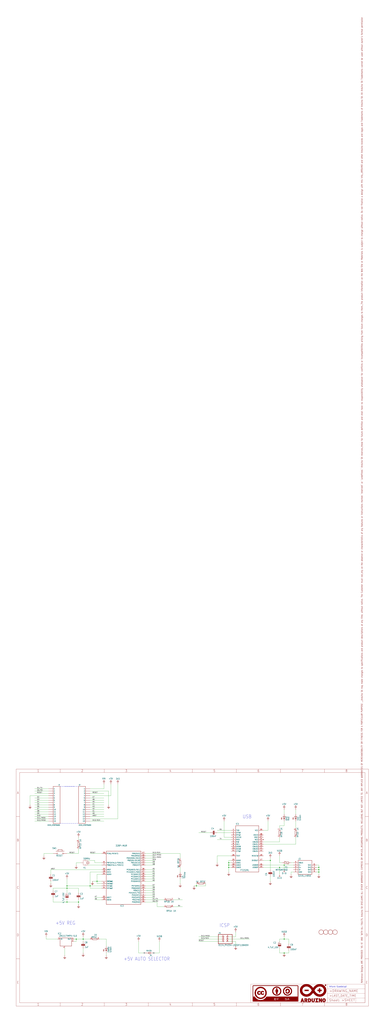
<source format=kicad_sch>
(kicad_sch (version 20211123) (generator eeschema)
  (paper "User" 425.45 1124.51)
  (lib_symbols
    (symbol "schematicEagle-CORRECTED-eagle-import:+5V" (power)
      (property "Value" "+5V" (at -2.54 2.54 0))
      (symbol "+5V_1_0"
        (pin power_in line (at 0 -2.54 90) (length 2.54) (name "+5V") (number "1"))
      )
    )
    (symbol "schematicEagle-CORRECTED-eagle-import:0005_064R_1K_{slash}_CAY16-102J4LF"
      (property "Reference" "R" (at -5.08 -3.048 0))
      (property "Value" "0005_064R_1K_{slash}_CAY16-102J4LF" (at 2.54 -3.048 0))
      (symbol "0005_064R_1K_{slash}_CAY16-102J4LF_1_0"
        (pin passive line (at -5.08 0 0) (length 2.54) (name "1") (number "1"))
        (pin passive line (at 5.08 0 180) (length 2.54) (name "2") (number "8"))
      )
      (symbol "0005_064R_1K_{slash}_CAY16-102J4LF_2_0"
        (pin passive line (at -5.08 0 0) (length 2.54) (name "1") (number "2"))
        (pin passive line (at 5.08 0 180) (length 2.54) (name "2") (number "7"))
      )
      (symbol "0005_064R_1K_{slash}_CAY16-102J4LF_3_0"
        (pin passive line (at -5.08 0 0) (length 2.54) (name "1") (number "3"))
        (pin passive line (at 5.08 0 180) (length 2.54) (name "2") (number "6"))
      )
      (symbol "0005_064R_1K_{slash}_CAY16-102J4LF_4_0"
        (pin passive line (at -5.08 0 0) (length 2.54) (name "1") (number "4"))
        (pin passive line (at 5.08 0 180) (length 2.54) (name "2") (number "5"))
      )
    )
    (symbol "schematicEagle-CORRECTED-eagle-import:0006_1UF_0603{slash}GRM188R61E105KA12D"
      (property "Reference" "C" (at 1.524 0.381 0))
      (property "Value" "0006_1UF_0603{slash}GRM188R61E105KA12D" (at 1.524 -4.699 0))
      (symbol "0006_1UF_0603{slash}GRM188R61E105KA12D_1_0"
        (pin passive line (at 0 2.54 270) (length 2.54) (name "1") (number "1"))
        (pin passive line (at 0 -5.08 90) (length 2.54) (name "2") (number "2"))
      )
    )
    (symbol "schematicEagle-CORRECTED-eagle-import:0011_CSTCE16M0V53-R0"
      (property "Reference" "X" (at -5.08 4.572 0))
      (property "Value" "0011_CSTCE16M0V53-R0" (at -5.08 -5.588 0))
      (symbol "0011_CSTCE16M0V53-R0_1_0"
        (pin passive line (at 0 2.54 180) (length 0) (name "1") (number "1"))
        (pin passive line (at -7.62 0 0) (length 0) (name "2") (number "2"))
        (pin passive line (at 0 -2.54 180) (length 0) (name "3") (number "3"))
      )
    )
    (symbol "schematicEagle-CORRECTED-eagle-import:0015_100NF_0603"
      (property "Reference" "C" (at 1.524 0.381 0))
      (property "Value" "0015_100NF_0603" (at 1.524 -4.699 0))
      (symbol "0015_100NF_0603_1_0"
        (pin passive line (at 0 2.54 270) (length 2.54) (name "1") (number "1"))
        (pin passive line (at 0 -5.08 90) (length 2.54) (name "2") (number "2"))
      )
    )
    (symbol "schematicEagle-CORRECTED-eagle-import:0022_LM1117IMPX-5.0"
      (property "Reference" "IC" (at -5.08 7.62 0))
      (property "Value" "0022_LM1117IMPX-5.0" (at 3.81 -5.08 0))
      (symbol "0022_LM1117IMPX-5.0_1_0"
        (pin input line (at 0 -5.08 90) (length 2.54) (name "GND/ADJ") (number "1"))
        (pin passive line (at 10.16 2.54 180) (length 2.54) (name "OUT@1") (number "2"))
        (pin input line (at -7.62 5.08 0) (length 2.54) (name "IN") (number "3"))
        (pin passive line (at 10.16 5.08 180) (length 2.54) (name "OUT") (number "4"))
      )
    )
    (symbol "schematicEagle-CORRECTED-eagle-import:0025_SS1P3L-M3{slash}84A"
      (property "Reference" "D" (at -1.905 1.905 0))
      (property "Value" "0025_SS1P3L-M3{slash}84A" (at -1.905 -3.175 0))
      (symbol "0025_SS1P3L-M3{slash}84A_1_0"
        (pin bidirectional line (at 7.62 0 180) (length 0) (name "K") (number "P$1"))
        (pin bidirectional line (at -5.08 0 0) (length 0) (name "A") (number "P$2"))
      )
    )
    (symbol "schematicEagle-CORRECTED-eagle-import:0043_KPT-2012SGC"
      (property "Reference" "LED" (at 3.556 -4.572 90))
      (property "Value" "0043_KPT-2012SGC" (at 5.715 -4.572 90))
      (symbol "0043_KPT-2012SGC_1_0"
        (pin passive line (at 0 2.54 270) (length 2.54) (name "A") (number "A"))
        (pin passive line (at 0 -5.08 90) (length 2.54) (name "C") (number "C"))
      )
    )
    (symbol "schematicEagle-CORRECTED-eagle-import:0044_KPT-2012YC"
      (property "Reference" "LED" (at 3.556 -4.572 90))
      (property "Value" "0044_KPT-2012YC" (at 5.715 -4.572 90))
      (symbol "0044_KPT-2012YC_1_0"
        (pin passive line (at 0 2.54 270) (length 2.54) (name "A") (number "A"))
        (pin passive line (at 0 -5.08 90) (length 2.54) (name "C") (number "C"))
      )
    )
    (symbol "schematicEagle-CORRECTED-eagle-import:0114_PH254-203DF118A00V"
      (property "Reference" "JP" (at -6.35 5.715 0))
      (property "Value" "0114_PH254-203DF118A00V" (at -6.35 -7.62 0))
      (symbol "0114_PH254-203DF118A00V_1_0"
        (pin passive inverted (at -2.54 2.54 0) (length 2.54) (name "1") (number "1"))
        (pin passive inverted (at 5.08 2.54 180) (length 2.54) (name "2") (number "2"))
        (pin passive inverted (at -2.54 0 0) (length 2.54) (name "3") (number "3"))
        (pin passive inverted (at 5.08 0 180) (length 2.54) (name "4") (number "4"))
        (pin passive inverted (at -2.54 -2.54 0) (length 2.54) (name "5") (number "5"))
        (pin passive inverted (at 5.08 -2.54 180) (length 2.54) (name "6") (number "6"))
      )
    )
    (symbol "schematicEagle-CORRECTED-eagle-import:0173_IT-1185AP1C-160G-G_T&R"
      (property "Reference" "PB" (at -8.636 4.826 0))
      (property "Value" "0173_IT-1185AP1C-160G-G_T&R" (at -4.318 -3.302 0))
      (symbol "0173_IT-1185AP1C-160G-G_T&R_1_0"
        (pin passive inverted (at -7.62 0 0) (length 5.08) (name "1") (number "1"))
        (pin passive inverted (at 7.62 0 180) (length 5.08) (name "2") (number "2"))
      )
    )
    (symbol "schematicEagle-CORRECTED-eagle-import:0181_KTP-2012SURCK"
      (property "Reference" "LED" (at 3.556 -4.572 90))
      (property "Value" "0181_KTP-2012SURCK" (at 5.715 -4.572 90))
      (symbol "0181_KTP-2012SURCK_1_0"
        (pin passive line (at 0 2.54 270) (length 2.54) (name "A") (number "A"))
        (pin passive line (at 0 -5.08 90) (length 2.54) (name "C") (number "C"))
      )
    )
    (symbol "schematicEagle-CORRECTED-eagle-import:0219_14850"
      (property "Reference" "USB" (at -7.62 8.382 0))
      (property "Value" "0219_14850" (at -7.62 -10.16 0))
      (symbol "0219_14850_1_0"
        (pin passive line (at -12.7 -5.08 0) (length 5.08) (name "GND") (number "1"))
        (pin bidirectional line (at -12.7 -2.54 0) (length 5.08) (name "ID") (number "2"))
        (pin bidirectional line (at -12.7 0 0) (length 5.08) (name "D+") (number "3"))
        (pin bidirectional line (at -12.7 2.54 0) (length 5.08) (name "D-") (number "4"))
        (pin power_in line (at -12.7 5.08 0) (length 5.08) (name "VBUS") (number "5"))
        (pin passive line (at 12.7 2.54 180) (length 5.08) (name "SH1") (number "6"))
        (pin passive line (at 12.7 0 180) (length 5.08) (name "SH2") (number "7"))
        (pin passive line (at 12.7 -2.54 180) (length 5.08) (name "SH3") (number "8"))
        (pin passive line (at 12.7 -5.08 180) (length 5.08) (name "SH4") (number "9"))
      )
    )
    (symbol "schematicEagle-CORRECTED-eagle-import:0226_FT232RL"
      (property "Reference" "IC" (at -12.7 26.416 0))
      (property "Value" "0226_FT232RL" (at -7.62 -24.384 0))
      (symbol "0226_FT232RL_1_0"
        (pin output line (at -17.78 20.32 0) (length 5.08) (name "TXD") (number "1"))
        (pin bidirectional line (at -17.78 0 0) (length 5.08) (name "DCD#") (number "10"))
        (pin bidirectional line (at -17.78 -2.54 0) (length 5.08) (name "CTS#") (number "11"))
        (pin bidirectional line (at 17.78 -2.54 180) (length 5.08) (name "CBUS4") (number "12"))
        (pin bidirectional line (at 17.78 2.54 180) (length 5.08) (name "CBUS2") (number "13"))
        (pin bidirectional line (at 17.78 0 180) (length 5.08) (name "CBUS3") (number "14"))
        (pin bidirectional line (at 17.78 -20.32 180) (length 5.08) (name "USBDP") (number "15"))
        (pin bidirectional line (at 17.78 -17.78 180) (length 5.08) (name "USBDM") (number "16"))
        (pin power_in line (at 17.78 -12.7 180) (length 5.08) (name "3V3OUT") (number "17"))
        (pin power_in line (at -17.78 -17.78 0) (length 5.08) (name "GND2") (number "18"))
        (pin bidirectional line (at 17.78 -7.62 180) (length 5.08) (name "RESET#") (number "19"))
        (pin output line (at -17.78 17.78 0) (length 5.08) (name "DTR#") (number "2"))
        (pin power_in line (at 17.78 20.32 180) (length 5.08) (name "VCC") (number "20"))
        (pin power_in line (at -17.78 -20.32 0) (length 5.08) (name "GND3") (number "21"))
        (pin bidirectional line (at 17.78 5.08 180) (length 5.08) (name "CBUS1") (number "22"))
        (pin bidirectional line (at 17.78 7.62 180) (length 5.08) (name "CBUS0") (number "23"))
        (pin no_connect line (at 17.78 10.16 180) (length 5.08) (name "NC2") (number "24"))
        (pin power_in line (at -17.78 -12.7 0) (length 5.08) (name "AGND") (number "25"))
        (pin bidirectional line (at -17.78 -7.62 0) (length 5.08) (name "TEST") (number "26"))
        (pin bidirectional line (at 17.78 12.7 180) (length 5.08) (name "OSCI") (number "27"))
        (pin output line (at 17.78 15.24 180) (length 5.08) (name "OSCO") (number "28"))
        (pin output line (at -17.78 15.24 0) (length 5.08) (name "RTS#") (number "3"))
        (pin power_in line (at -17.78 12.7 0) (length 5.08) (name "VCCIO") (number "4"))
        (pin input line (at -17.78 10.16 0) (length 5.08) (name "RXD") (number "5"))
        (pin bidirectional line (at -17.78 7.62 0) (length 5.08) (name "RI#") (number "6"))
        (pin power_in line (at -17.78 -15.24 0) (length 5.08) (name "GND1") (number "7"))
        (pin bidirectional line (at -17.78 5.08 0) (length 5.08) (name "NC1") (number "8"))
        (pin bidirectional line (at -17.78 2.54 0) (length 5.08) (name "DSR#") (number "9"))
      )
    )
    (symbol "schematicEagle-CORRECTED-eagle-import:0833_TAJA475MO16RNJ"
      (property "Reference" "C" (at 1.143 0.4826 0))
      (property "Value" "0833_TAJA475MO16RNJ" (at 1.143 -4.5974 0))
      (symbol "0833_TAJA475MO16RNJ_1_0"
        (text "+" (at -0.5842 0.4064 900) (effects (font (size 1.27 1.0795)) (justify left bottom)))
        (pin passive line (at 0 2.54 270) (length 2.54) (name "+") (number "1"))
        (pin passive line (at 0 -5.08 90) (length 2.54) (name "-") (number "2"))
      )
    )
    (symbol "schematicEagle-CORRECTED-eagle-import:3V3" (power)
      (property "Value" "3V3" (at -2.286 2.286 0))
      (symbol "3V3_1_0"
        (pin power_in line (at 0 -2.54 90) (length 2.54) (name "3V3") (number "1"))
      )
    )
    (symbol "schematicEagle-CORRECTED-eagle-import:A3-FRAME"
      (symbol "A3-FRAME_0_0"
        (text "1" (at 24.2094 1.905 0) (effects (font (size 2.54 2.286))))
        (text "1" (at 24.2094 258.445 0) (effects (font (size 2.54 2.286))))
        (text "2" (at 72.6281 1.905 0) (effects (font (size 2.54 2.286))))
        (text "2" (at 72.6281 258.445 0) (effects (font (size 2.54 2.286))))
        (text "3" (at 121.0469 1.905 0) (effects (font (size 2.54 2.286))))
        (text "3" (at 121.0469 258.445 0) (effects (font (size 2.54 2.286))))
        (text "4" (at 169.4656 1.905 0) (effects (font (size 2.54 2.286))))
        (text "4" (at 169.4656 258.445 0) (effects (font (size 2.54 2.286))))
        (text "5" (at 217.8844 1.905 0) (effects (font (size 2.54 2.286))))
        (text "5" (at 217.8844 258.445 0) (effects (font (size 2.54 2.286))))
        (text "6" (at 266.3031 1.905 0) (effects (font (size 2.54 2.286))))
        (text "6" (at 266.3031 258.445 0) (effects (font (size 2.54 2.286))))
        (text "7" (at 314.7219 1.905 0) (effects (font (size 2.54 2.286))))
        (text "7" (at 314.7219 258.445 0) (effects (font (size 2.54 2.286))))
        (text "8" (at 363.1406 1.905 0) (effects (font (size 2.54 2.286))))
        (text "8" (at 363.1406 258.445 0) (effects (font (size 2.54 2.286))))
        (text "A" (at 1.905 234.315 0) (effects (font (size 2.54 2.286))))
        (text "A" (at 385.445 234.315 0) (effects (font (size 2.54 2.286))))
        (text "B" (at 1.905 182.245 0) (effects (font (size 2.54 2.286))))
        (text "B" (at 385.445 182.245 0) (effects (font (size 2.54 2.286))))
        (text "C" (at 1.905 130.175 0) (effects (font (size 2.54 2.286))))
        (text "C" (at 385.445 130.175 0) (effects (font (size 2.54 2.286))))
        (text "D" (at 1.905 78.105 0) (effects (font (size 2.54 2.286))))
        (text "D" (at 385.445 78.105 0) (effects (font (size 2.54 2.286))))
        (text "E" (at 1.905 26.035 0) (effects (font (size 2.54 2.286))))
        (text "E" (at 385.445 26.035 0) (effects (font (size 2.54 2.286))))
      )
      (symbol "A3-FRAME_1_0"
        (text ">DRAWING_NAME" (at 344.17 15.24 0) (effects (font (size 2.54 2.54)) (justify left bottom)))
        (text ">LAST_DATE_TIME" (at 344.17 10.16 0) (effects (font (size 2.286 2.286)) (justify left bottom)))
        (text ">SHEET" (at 357.505 5.08 0) (effects (font (size 2.54 2.54)) (justify left bottom)))
        (text "Reference Designs ARE PROVIDED \"AS IS\" AND \"WITH ALL FAULTS. Arduino SA DISCLAIMS ALL OTHER WARRANTIES, EXPRESS OR IMPLIED,_REGARDING PRODUCTS, INCLUDING BUT NOT LIMITED TO, ANY IMPLIED WARRANTIES OF MERCHANTABILITY OR FITNESS FOR A PARTICULAR PURPOSE __Arduino SA may make changes to specifications and product descriptions at any time, without notice. The Customer must not_rely on the absence or characteristics of any features or instructions marked \"reserved\" or \"undefined.\" Arduino SA reserves_these for future definition and shall have no responsibility whatsoever for conflicts or incompatibilities arising from future changes to them._The product information on the Web Site or Materials is subject to change without notice. Do not finalize a design with this info__ARDUINO and other Arduino brands and logos and Trademarks of Arduino SA. All Arduino SA Trademarks cannot be used without owner's formal permission" (at 381 25.4 900) (effects (font (size 1.6764 1.4249)) (justify left bottom)))
        (text "Sheet:" (at 343.916 4.953 0) (effects (font (size 2.54 2.54)) (justify left bottom)))
      )
    )
    (symbol "schematicEagle-CORRECTED-eagle-import:ATMEGA328P-32MUR"
      (property "Reference" "U" (at -17.78 -40.64 0))
      (property "Value" "ATMEGA328P-32MUR" (at -5.08 30.48 0))
      (symbol "ATMEGA328P-32MUR_1_0"
        (pin bidirectional line (at 25.4 -20.32 180) (length 5.08) (name "PD3(INT1)") (number "1"))
        (pin bidirectional line (at 25.4 -12.7 180) (length 5.08) (name "PD6(AIN0)") (number "10"))
        (pin bidirectional line (at 25.4 -10.16 180) (length 5.08) (name "PD7(AIN1)") (number "11"))
        (pin bidirectional line (at 25.4 12.7 180) (length 5.08) (name "PB0(ICP)") (number "12"))
        (pin bidirectional line (at 25.4 15.24 180) (length 5.08) (name "PB1(OC1A)") (number "13"))
        (pin bidirectional line (at 25.4 17.78 180) (length 5.08) (name "PB2(SS/OC1B)") (number "14"))
        (pin bidirectional line (at 25.4 20.32 180) (length 5.08) (name "PB3(MOSI/OC2)") (number "15"))
        (pin bidirectional line (at 25.4 22.86 180) (length 5.08) (name "PB4(MISO)") (number "16"))
        (pin bidirectional line (at 25.4 25.4 180) (length 5.08) (name "PB5(SCK)") (number "17"))
        (pin bidirectional line (at -22.86 5.08 0) (length 5.08) (name "AVCC") (number "18"))
        (pin bidirectional line (at -22.86 -25.4 0) (length 5.08) (name "ADC6") (number "19"))
        (pin bidirectional line (at 25.4 -17.78 180) (length 5.08) (name "PD4(XCK/T0)") (number "2"))
        (pin bidirectional line (at -22.86 7.62 0) (length 5.08) (name "AREF") (number "20"))
        (pin bidirectional line (at -22.86 2.54 0) (length 5.08) (name "AGND") (number "21"))
        (pin bidirectional line (at -22.86 -22.86 0) (length 5.08) (name "ADC7") (number "22"))
        (pin bidirectional line (at 25.4 -5.08 180) (length 5.08) (name "PC0(ADC0)") (number "23"))
        (pin bidirectional line (at 25.4 -2.54 180) (length 5.08) (name "PC1(ADC1)") (number "24"))
        (pin bidirectional line (at 25.4 0 180) (length 5.08) (name "PC2(ADC2)") (number "25"))
        (pin bidirectional line (at 25.4 2.54 180) (length 5.08) (name "PC3(ADC3)") (number "26"))
        (pin bidirectional line (at 25.4 5.08 180) (length 5.08) (name "PC4(ADC4/SDA)") (number "27"))
        (pin bidirectional line (at 25.4 7.62 180) (length 5.08) (name "PC5(ADC5/SCL)") (number "28"))
        (pin bidirectional inverted (at -22.86 25.4 0) (length 5.08) (name "PC6(/RESET)") (number "29"))
        (pin bidirectional line (at -22.86 -5.08 0) (length 5.08) (name "GND@1") (number "3"))
        (pin bidirectional line (at 25.4 -27.94 180) (length 5.08) (name "PD0(RXD)") (number "30"))
        (pin bidirectional line (at 25.4 -25.4 180) (length 5.08) (name "PD1(TXD)") (number "31"))
        (pin bidirectional line (at 25.4 -22.86 180) (length 5.08) (name "PD2(INT0)") (number "32"))
        (pin bidirectional line (at -22.86 -5.08 0) (length 5.08) (name "GND@1") (number "33"))
        (pin bidirectional line (at -22.86 -10.16 0) (length 5.08) (name "VCC@1") (number "4"))
        (pin bidirectional line (at -22.86 -7.62 0) (length 5.08) (name "GND@2") (number "5"))
        (pin bidirectional line (at -22.86 -12.7 0) (length 5.08) (name "VCC@2") (number "6"))
        (pin bidirectional line (at -22.86 12.7 0) (length 5.08) (name "PB6(XTAL1/TOSC1)") (number "7"))
        (pin bidirectional line (at -22.86 15.24 0) (length 5.08) (name "PB7(XTAL2/TOSC2)") (number "8"))
        (pin bidirectional line (at 25.4 -15.24 180) (length 5.08) (name "PD5(T1)") (number "9"))
      )
    )
    (symbol "schematicEagle-CORRECTED-eagle-import:COM" (power)
      (symbol "COM_1_0"
        (pin power_in line (at 0 2.54 270) (length 2.54) (name "COM") (number "1"))
      )
    )
    (symbol "schematicEagle-CORRECTED-eagle-import:FIDUCIAL-1.5MM")
    (symbol "schematicEagle-CORRECTED-eagle-import:PTC"
      (property "Reference" "F" (at 2.54 0.2286 0))
      (property "Value" "PTC" (at 2.54 -1.905 0))
      (symbol "PTC_1_0"
        (pin passive line (at 0 -5.08 90) (length 2.54) (name "1") (number "1"))
        (pin passive line (at 0 5.08 270) (length 2.54) (name "2") (number "2"))
      )
    )
    (symbol "schematicEagle-CORRECTED-eagle-import:TPTP-1.00MM"
      (property "Reference" "TP" (at 0 0.508 0))
      (symbol "TPTP-1.00MM_1_0"
        (pin passive line (at 0 -2.54 90) (length 0) (name "P$1") (number "X"))
      )
    )
    (symbol "schematicEagle-CORRECTED-eagle-import:VIN" (power)
      (property "Value" "VIN" (at -2.032 2.54 0))
      (symbol "VIN_1_0"
        (pin power_in line (at 0 -2.54 90) (length 2.54) (name "VIN") (number "1"))
      )
    )
    (symbol "schematicEagle-CORRECTED-eagle-import:VUSB" (power)
      (property "Value" "VUSB" (at -3.048 2.032 0))
      (symbol "VUSB_1_0"
        (pin power_in line (at 0 -2.54 90) (length 2.54) (name "VUSB") (number "1"))
      )
    )
    (symbol "schematicEagle-CORRECTED-eagle-import:XXXX_STRIPNANO"
      (property "Reference" "CN" (at -2.54 21.336 0))
      (property "Value" "XXXX_STRIPNANO" (at -2.54 -22.86 0))
      (symbol "XXXX_STRIPNANO_1_0"
        (pin passive line (at 10.16 17.78 180) (length 5.08) (name "1") (number "1"))
        (pin passive line (at 10.16 -5.08 180) (length 5.08) (name "10") (number "10"))
        (pin passive line (at 10.16 -7.62 180) (length 5.08) (name "11") (number "11"))
        (pin passive line (at 10.16 -10.16 180) (length 5.08) (name "12") (number "12"))
        (pin passive line (at 10.16 -12.7 180) (length 5.08) (name "13") (number "13"))
        (pin passive line (at 10.16 -15.24 180) (length 5.08) (name "14") (number "14"))
        (pin passive line (at 10.16 -17.78 180) (length 5.08) (name "15") (number "15"))
        (pin passive line (at 10.16 15.24 180) (length 5.08) (name "2") (number "2"))
        (pin passive line (at 10.16 12.7 180) (length 5.08) (name "3") (number "3"))
        (pin passive line (at 10.16 10.16 180) (length 5.08) (name "4") (number "4"))
        (pin passive line (at 10.16 7.62 180) (length 5.08) (name "5") (number "5"))
        (pin passive line (at 10.16 5.08 180) (length 5.08) (name "6") (number "6"))
        (pin passive line (at 10.16 2.54 180) (length 5.08) (name "7") (number "7"))
        (pin passive line (at 10.16 0 180) (length 5.08) (name "8") (number "8"))
        (pin passive line (at 10.16 -2.54 180) (length 5.08) (name "9") (number "9"))
      )
    )
  )
  (junction (at 350.52 957.58))
  (junction (at 251.46 952.5))
  (junction (at 73.66 975.36))
  (junction (at 350.52 952.5))
  (junction (at 73.66 972.82))
  (junction (at 91.44 1031.24))
  (junction (at 106.68 967.74))
  (junction (at 297.18 944.88))
  (junction (at 350.52 955.04))
  (junction (at 83.82 1031.24))
  (junction (at 251.46 947.42))
  (junction (at 86.36 990.6))
  (junction (at 215.9 972.82))
  (junction (at 73.66 990.6))
  (junction (at 251.46 949.96))
  (junction (at 307.34 952.5))
  (junction (at 312.42 1046.48))
  (junction (at 99.06 972.82))
  (junction (at 312.42 949.96))
  (junction (at 312.42 1031.24))
  (wire (pts (xy 114.3 866.14) (xy 99.06 866.14)))
  (wire (pts (xy 83.82 1031.24) (xy 81.28 1031.24)))
  (wire (pts (xy 86.36 990.6) (xy 86.36 993.14)))
  (wire (pts (xy 218.44 1033.78) (xy 243.84 1033.78)))
  (wire (pts (xy 312.42 949.96) (xy 322.58 949.96)))
  (wire (pts (xy 116.84 1031.24) (xy 116.84 1038.86)))
  (wire (pts (xy 198.12 942.34) (xy 198.12 937.26)))
  (wire (pts (xy 218.44 1028.7) (xy 243.84 1028.7)))
  (wire (pts (xy 317.5 1046.48) (xy 312.42 1046.48)))
  (wire (pts (xy 83.82 1033.78) (xy 83.82 1031.24)))
  (wire (pts (xy 99.06 896.62) (xy 114.3 896.62)))
  (wire (pts (xy 48.26 937.26) (xy 48.26 939.8)))
  (wire (pts (xy 246.38 919.48) (xy 246.38 901.7)))
  (wire (pts (xy 312.42 906.78) (xy 312.42 901.7)))
  (wire (pts (xy 350.52 952.5) (xy 350.52 955.04)))
  (wire (pts (xy 104.14 944.88) (xy 96.52 944.88)))
  (wire (pts (xy 99.06 894.08) (xy 114.3 894.08)))
  (wire (pts (xy 307.34 1031.24) (xy 312.42 1031.24)))
  (wire (pts (xy 307.34 952.5) (xy 322.58 952.5)))
  (wire (pts (xy 83.82 1031.24) (xy 91.44 1031.24)))
  (wire (pts (xy 99.06 881.38) (xy 114.3 881.38)))
  (wire (pts (xy 73.66 990.6) (xy 86.36 990.6)))
  (wire (pts (xy 160.02 990.6) (xy 172.72 990.6)))
  (wire (pts (xy 213.36 972.82) (xy 215.9 972.82)))
  (wire (pts (xy 160.02 975.36) (xy 170.18 975.36)))
  (wire (pts (xy 99.06 871.22) (xy 114.3 871.22)))
  (wire (pts (xy 109.22 1031.24) (xy 116.84 1031.24)))
  (polyline (pts (xy 71.12 863.6) (xy 81.28 863.6)))
  (wire (pts (xy 86.36 922.02) (xy 86.36 919.48)))
  (wire (pts (xy 325.12 909.32) (xy 325.12 901.7)))
  (wire (pts (xy 312.42 1028.7) (xy 312.42 1031.24)))
  (wire (pts (xy 160.02 942.34) (xy 170.18 942.34)))
  (wire (pts (xy 259.08 1028.7) (xy 259.08 1023.62)))
  (wire (pts (xy 160.02 957.58) (xy 170.18 957.58)))
  (wire (pts (xy 350.52 949.96) (xy 350.52 952.5)))
  (wire (pts (xy 160.02 977.9) (xy 170.18 977.9)))
  (wire (pts (xy 152.4 1046.48) (xy 157.48 1046.48)))
  (wire (pts (xy 160.02 965.2) (xy 170.18 965.2)))
  (wire (pts (xy 99.06 975.36) (xy 99.06 972.82)))
  (wire (pts (xy 322.58 957.58) (xy 320.04 957.58)))
  (wire (pts (xy 325.12 894.08) (xy 325.12 889)))
  (wire (pts (xy 104.14 947.42) (xy 104.14 944.88)))
  (wire (pts (xy 111.76 957.58) (xy 99.06 957.58)))
  (wire (pts (xy 347.98 949.96) (xy 350.52 949.96)))
  (wire (pts (xy 152.4 1046.48) (xy 152.4 1033.78)))
  (wire (pts (xy 38.1 883.92) (xy 53.34 883.92)))
  (wire (pts (xy 106.68 960.12) (xy 106.68 967.74)))
  (wire (pts (xy 91.44 1046.48) (xy 91.44 1041.4)))
  (wire (pts (xy 50.8 1028.7) (xy 50.8 1031.24)))
  (polyline (pts (xy 66.04 904.24) (xy 86.36 904.24)))
  (wire (pts (xy 53.34 889) (xy 38.1 889)))
  (wire (pts (xy 307.34 947.42) (xy 307.34 939.8)))
  (wire (pts (xy 160.02 939.8) (xy 170.18 939.8)))
  (wire (pts (xy 111.76 975.36) (xy 99.06 975.36)))
  (wire (pts (xy 350.52 957.58) (xy 350.52 960.12)))
  (wire (pts (xy 91.44 1033.78) (xy 91.44 1031.24)))
  (wire (pts (xy 307.34 909.32) (xy 307.34 906.78)))
  (wire (pts (xy 86.36 932.18) (xy 86.36 937.26)))
  (wire (pts (xy 289.56 952.5) (xy 307.34 952.5)))
  (wire (pts (xy 307.34 1046.48) (xy 312.42 1046.48)))
  (wire (pts (xy 38.1 868.68) (xy 53.34 868.68)))
  (wire (pts (xy 215.9 970.28) (xy 215.9 972.82)))
  (wire (pts (xy 38.1 866.14) (xy 53.34 866.14)))
  (wire (pts (xy 254 947.42) (xy 251.46 947.42)))
  (wire (pts (xy 38.1 894.08) (xy 53.34 894.08)))
  (wire (pts (xy 99.06 891.54) (xy 114.3 891.54)))
  (wire (pts (xy 259.08 1033.78) (xy 259.08 1038.86)))
  (wire (pts (xy 254 949.96) (xy 251.46 949.96)))
  (wire (pts (xy 160.02 972.82) (xy 170.18 972.82)))
  (wire (pts (xy 99.06 876.3) (xy 114.3 876.3)))
  (wire (pts (xy 111.76 985.52) (xy 104.14 985.52)))
  (wire (pts (xy 38.1 886.46) (xy 53.34 886.46)))
  (wire (pts (xy 86.36 988.06) (xy 86.36 990.6)))
  (wire (pts (xy 289.56 911.86) (xy 294.64 911.86)))
  (wire (pts (xy 289.56 924.56) (xy 307.34 924.56)))
  (wire (pts (xy 238.76 911.86) (xy 254 911.86)))
  (wire (pts (xy 58.42 937.26) (xy 48.26 937.26)))
  (wire (pts (xy 129.54 899.16) (xy 129.54 861.06)))
  (wire (pts (xy 99.06 899.16) (xy 129.54 899.16)))
  (wire (pts (xy 160.02 985.52) (xy 170.18 985.52)))
  (wire (pts (xy 251.46 944.88) (xy 251.46 947.42)))
  (wire (pts (xy 307.34 1033.78) (xy 307.34 1031.24)))
  (wire (pts (xy 198.12 965.2) (xy 198.12 970.28)))
  (wire (pts (xy 307.34 960.12) (xy 307.34 952.5)))
  (wire (pts (xy 160.02 949.96) (xy 170.18 949.96)))
  (wire (pts (xy 38.1 881.38) (xy 53.34 881.38)))
  (wire (pts (xy 254 944.88) (xy 251.46 944.88)))
  (wire (pts (xy 38.1 876.3) (xy 53.34 876.3)))
  (wire (pts (xy 347.98 957.58) (xy 350.52 957.58)))
  (wire (pts (xy 99.06 886.46) (xy 114.3 886.46)))
  (wire (pts (xy 347.98 952.5) (xy 350.52 952.5)))
  (wire (pts (xy 38.1 871.22) (xy 53.34 871.22)))
  (wire (pts (xy 73.66 937.26) (xy 86.36 937.26)))
  (wire (pts (xy 119.38 868.68) (xy 119.38 883.92)))
  (wire (pts (xy 38.1 899.16) (xy 53.34 899.16)))
  (wire (pts (xy 106.68 967.74) (xy 111.76 967.74)))
  (wire (pts (xy 86.36 975.36) (xy 73.66 975.36)))
  (wire (pts (xy 172.72 995.68) (xy 180.34 995.68)))
  (wire (pts (xy 254 952.5) (xy 251.46 952.5)))
  (wire (pts (xy 160.02 988.06) (xy 180.34 988.06)))
  (wire (pts (xy 111.76 955.04) (xy 55.88 955.04)))
  (wire (pts (xy 58.42 975.36) (xy 58.42 977.9)))
  (wire (pts (xy 106.68 967.74) (xy 101.6 967.74)))
  (wire (pts (xy 73.66 988.06) (xy 73.66 990.6)))
  (wire (pts (xy 218.44 1031.24) (xy 243.84 1031.24)))
  (wire (pts (xy 190.5 988.06) (xy 200.66 988.06)))
  (wire (pts (xy 307.34 919.48) (xy 307.34 924.56)))
  (wire (pts (xy 198.12 952.5) (xy 198.12 957.58)))
  (wire (pts (xy 312.42 894.08) (xy 312.42 889)))
  (wire (pts (xy 317.5 1031.24) (xy 317.5 1036.32)))
  (wire (pts (xy 160.02 980.44) (xy 170.18 980.44)))
  (wire (pts (xy 38.1 878.84) (xy 53.34 878.84)))
  (wire (pts (xy 38.1 901.7) (xy 53.34 901.7)))
  (wire (pts (xy 111.76 970.28) (xy 106.68 970.28)))
  (wire (pts (xy 320.04 947.42) (xy 322.58 947.42)))
  (wire (pts (xy 55.88 967.74) (xy 55.88 970.28)))
  (wire (pts (xy 99.06 1031.24) (xy 91.44 1031.24)))
  (wire (pts (xy 297.18 962.66) (xy 297.18 967.74)))
  (wire (pts (xy 71.12 1049.02) (xy 71.12 1041.4)))
  (wire (pts (xy 350.52 955.04) (xy 350.52 957.58)))
  (wire (pts (xy 238.76 939.8) (xy 238.76 947.42)))
  (wire (pts (xy 96.52 949.96) (xy 111.76 949.96)))
  (wire (pts (xy 289.56 949.96) (xy 312.42 949.96)))
  (wire (pts (xy 175.26 1046.48) (xy 170.18 1046.48)))
  (polyline (pts (xy 66.04 863.6) (xy 71.12 863.6)))
  (wire (pts (xy 99.06 957.58) (xy 99.06 972.82)))
  (wire (pts (xy 121.92 873.76) (xy 121.92 861.06)))
  (wire (pts (xy 297.18 955.04) (xy 297.18 944.88)))
  (wire (pts (xy 111.76 937.26) (xy 99.06 937.26)))
  (wire (pts (xy 38.1 896.62) (xy 53.34 896.62)))
  (wire (pts (xy 307.34 947.42) (xy 309.88 947.42)))
  (wire (pts (xy 307.34 1041.4) (xy 307.34 1046.48)))
  (wire (pts (xy 38.1 891.54) (xy 53.34 891.54)))
  (polyline (pts (xy 81.28 863.6) (xy 86.36 863.6)))
  (wire (pts (xy 317.5 1043.94) (xy 317.5 1046.48)))
  (wire (pts (xy 312.42 955.04) (xy 312.42 949.96)))
  (wire (pts (xy 111.76 972.82) (xy 99.06 972.82)))
  (wire (pts (xy 190.5 995.68) (xy 200.66 995.68)))
  (wire (pts (xy 99.06 873.76) (xy 121.92 873.76)))
  (wire (pts (xy 55.88 955.04) (xy 55.88 960.12)))
  (wire (pts (xy 99.06 901.7) (xy 114.3 901.7)))
  (wire (pts (xy 33.02 873.76) (xy 33.02 883.92)))
  (wire (pts (xy 238.76 914.4) (xy 254 914.4)))
  (wire (pts (xy 172.72 990.6) (xy 172.72 995.68)))
  (wire (pts (xy 160.02 960.12) (xy 170.18 960.12)))
  (wire (pts (xy 251.46 947.42) (xy 251.46 949.96)))
  (wire (pts (xy 33.02 873.76) (xy 53.34 873.76)))
  (wire (pts (xy 325.12 927.1) (xy 325.12 919.48)))
  (wire (pts (xy 86.36 980.44) (xy 86.36 975.36)))
  (wire (pts (xy 99.06 878.84) (xy 114.3 878.84)))
  (wire (pts (xy 307.34 906.78) (xy 312.42 906.78)))
  (wire (pts (xy 160.02 967.74) (xy 170.18 967.74)))
  (wire (pts (xy 99.06 868.68) (xy 119.38 868.68)))
  (wire (pts (xy 254 939.8) (xy 238.76 939.8)))
  (wire (pts (xy 160.02 947.42) (xy 170.18 947.42)))
  (wire (pts (xy 215.9 972.82) (xy 226.06 972.82)))
  (wire (pts (xy 73.66 975.36) (xy 73.66 972.82)))
  (wire (pts (xy 88.9 947.42) (xy 83.82 947.42)))
  (wire (pts (xy 347.98 955.04) (xy 350.52 955.04)))
  (wire (pts (xy 160.02 944.88) (xy 170.18 944.88)))
  (wire (pts (xy 114.3 889) (xy 99.06 889)))
  (wire (pts (xy 99.06 972.82) (xy 73.66 972.82)))
  (wire (pts (xy 160.02 962.66) (xy 170.18 962.66)))
  (wire (pts (xy 175.26 1033.78) (xy 175.26 1046.48)))
  (wire (pts (xy 289.56 944.88) (xy 297.18 944.88)))
  (wire (pts (xy 58.42 990.6) (xy 58.42 985.52)))
  (wire (pts (xy 111.76 960.12) (xy 106.68 960.12)))
  (wire (pts (xy 294.64 911.86) (xy 294.64 901.7)))
  (wire (pts (xy 73.66 975.36) (xy 58.42 975.36)))
  (wire (pts (xy 91.44 1031.24) (xy 91.44 1028.7)))
  (wire (pts (xy 218.44 914.4) (xy 231.14 914.4)))
  (wire (pts (xy 83.82 947.42) (xy 83.82 949.96)))
  (wire (pts (xy 114.3 866.14) (xy 114.3 861.06)))
  (wire (pts (xy 81.28 1033.78) (xy 83.82 1033.78)))
  (wire (pts (xy 50.8 1031.24) (xy 63.5 1031.24)))
  (wire (pts (xy 254 919.48) (xy 246.38 919.48)))
  (wire (pts (xy 226.06 972.82) (xy 226.06 970.28)))
  (wire (pts (xy 116.84 1049.02) (xy 116.84 1046.48)))
  (wire (pts (xy 251.46 1033.78) (xy 259.08 1033.78)))
  (wire (pts (xy 312.42 1031.24) (xy 317.5 1031.24)))
  (wire (pts (xy 73.66 990.6) (xy 58.42 990.6)))
  (wire (pts (xy 251.46 1028.7) (xy 259.08 1028.7)))
  (wire (pts (xy 274.32 1031.24) (xy 251.46 1031.24)))
  (wire (pts (xy 99.06 883.92) (xy 114.3 883.92)))
  (wire (pts (xy 320.04 957.58) (xy 320.04 960.12)))
  (polyline (pts (xy 81.28 863.6) (xy 71.12 863.6)))
  (wire (pts (xy 160.02 955.04) (xy 170.18 955.04)))
  (wire (pts (xy 160.02 937.26) (xy 198.12 937.26)))
  (wire (pts (xy 297.18 944.88) (xy 297.18 942.34)))
  (wire (pts (xy 251.46 952.5) (xy 251.46 957.58)))
  (wire (pts (xy 111.76 947.42) (xy 104.14 947.42)))
  (wire (pts (xy 160.02 982.98) (xy 170.18 982.98)))
  (wire (pts (xy 238.76 922.02) (xy 254 922.02)))
  (wire (pts (xy 251.46 949.96) (xy 251.46 952.5)))
  (wire (pts (xy 111.76 988.06) (xy 104.14 988.06)))
  (wire (pts (xy 289.56 927.1) (xy 325.12 927.1)))
  (wire (pts (xy 106.68 970.28) (xy 106.68 967.74)))
  (wire (pts (xy 73.66 972.82) (xy 73.66 965.2)))
  (wire (pts (xy 73.66 980.44) (xy 73.66 975.36)))
  (text "Arturo Guadalupi" (at 361.95 1084.58 180) (effects (font (size 1.778 1.5113)) (justify left bottom)))
  (text "+5V AUTO SELECTOR" (at 135.89 1055.37 180) (effects (font (size 3.81 3.2385)) (justify left bottom)))
  (text "ICSP" (at 241.3 1018.54 180) (effects (font (size 3.81 3.2385)) (justify left bottom)))
  (text "+5V REG" (at 60.96 1016 180) (effects (font (size 3.81 3.2385)) (justify left bottom)))
  (text "USB" (at 266.7 899.16 180) (effects (font (size 3.81 3.2385)) (justify left bottom)))
  (label "D11/MOSI" (at 167.64 942.34 0) (effects (font (size 1.2446 1.2446))))
  (label "A4" (at 167.64 957.58 0) (effects (font (size 1.2446 1.2446))))
  (label "A1" (at 167.64 965.2 0) (effects (font (size 1.2446 1.2446))))
  (label "A2" (at 101.6 889 0) (effects (font (size 1.2446 1.2446))))
  (label "AREF" (at 101.6 896.62 0) (effects (font (size 1.2446 1.2446))))
  (label "D3" (at 167.64 982.98 0) (effects (font (size 1.2446 1.2446))))
  (label "D3" (at 40.64 878.84 0) (effects (font (size 1.2446 1.2446))))
  (label "D11/MOSI" (at 40.64 899.16 0) (effects (font (size 1.2446 1.2446))))
  (label "RESET" (at 218.44 1033.78 0) (effects (font (size 1.2446 1.2446))))
  (label "A5" (at 167.64 955.04 0) (effects (font (size 1.2446 1.2446))))
  (label "D6" (at 40.64 886.46 0) (effects (font (size 1.2446 1.2446))))
  (label "RX" (at 195.58 995.68 0) (effects (font (size 1.2446 1.2446))))
  (label "D0/RX" (at 167.64 990.6 0) (effects (font (size 1.2446 1.2446))))
  (label "D9" (at 167.64 947.42 0) (effects (font (size 1.2446 1.2446))))
  (label "D0/RX" (at 40.64 868.68 0) (effects (font (size 1.2446 1.2446))))
  (label "TX" (at 195.58 988.06 0) (effects (font (size 1.2446 1.2446))))
  (label "D2" (at 40.64 876.3 0) (effects (font (size 1.2446 1.2446))))
  (label "D4" (at 167.64 980.44 0) (effects (font (size 1.2446 1.2446))))
  (label "AREF" (at 55.88 955.04 0) (effects (font (size 1.2446 1.2446))))
  (label "RESET" (at 76.2 937.26 0) (effects (font (size 1.2446 1.2446))))
  (label "RESET" (at 99.06 937.26 0) (effects (font (size 1.2446 1.2446))))
  (label "RESET" (at 101.6 871.22 0) (effects (font (size 1.2446 1.2446))))
  (label "A0" (at 167.64 967.74 0) (effects (font (size 1.2446 1.2446))))
  (label "D13/SCK" (at 220.98 1031.24 0) (effects (font (size 1.2446 1.2446))))
  (label "D5" (at 167.64 977.9 0) (effects (font (size 1.2446 1.2446))))
  (label "A7" (at 101.6 876.3 0) (effects (font (size 1.2446 1.2446))))
  (label "D13/SCK" (at 167.64 937.26 0) (effects (font (size 1.2446 1.2446))))
  (label "D1/TX" (at 167.64 988.06 0) (effects (font (size 1.2446 1.2446))))
  (label "D7" (at 167.64 972.82 0) (effects (font (size 1.2446 1.2446))))
  (label "D11/MOSI" (at 264.16 1031.24 0) (effects (font (size 1.2446 1.2446))))
  (label "D1/TX" (at 40.64 866.14 0) (effects (font (size 1.2446 1.2446))))
  (label "D10" (at 167.64 944.88 0) (effects (font (size 1.2446 1.2446))))
  (label "D2" (at 167.64 985.52 0) (effects (font (size 1.2446 1.2446))))
  (label "D8" (at 40.64 891.54 0) (effects (font (size 1.2446 1.2446))))
  (label "D5" (at 40.64 883.92 0) (effects (font (size 1.2446 1.2446))))
  (label "TX" (at 241.3 922.02 0) (effects (font (size 1.2446 1.2446))))
  (label "D12/MISO" (at 167.64 939.8 0) (effects (font (size 1.2446 1.2446))))
  (label "A1" (at 101.6 891.54 0) (effects (font (size 1.2446 1.2446))))
  (label "A4" (at 101.6 883.92 0) (effects (font (size 1.2446 1.2446))))
  (label "A3" (at 167.64 960.12 0) (effects (font (size 1.2446 1.2446))))
  (label "D9" (at 40.64 894.08 0) (effects (font (size 1.2446 1.2446))))
  (label "A2" (at 167.64 962.66 0) (effects (font (size 1.2446 1.2446))))
  (label "D12/MISO" (at 40.64 901.7 0) (effects (font (size 1.2446 1.2446))))
  (label "D4" (at 40.64 881.38 0) (effects (font (size 1.2446 1.2446))))
  (label "D7" (at 40.64 889 0) (effects (font (size 1.2446 1.2446))))
  (label "D6" (at 167.64 975.36 0) (effects (font (size 1.2446 1.2446))))
  (label "D8" (at 167.64 949.96 0) (effects (font (size 1.2446 1.2446))))
  (label "D13/SCK" (at 101.6 901.7 0) (effects (font (size 1.2446 1.2446))))
  (label "D12/MISO" (at 220.98 1028.7 0) (effects (font (size 1.2446 1.2446))))
  (label "A6" (at 104.14 988.06 0) (effects (font (size 1.2446 1.2446))))
  (label "RX" (at 241.3 911.86 0) (effects (font (size 1.2446 1.2446))))
  (label "A0" (at 101.6 894.08 0) (effects (font (size 1.2446 1.2446))))
  (label "D10" (at 40.64 896.62 0) (effects (font (size 1.2446 1.2446))))
  (label "A7" (at 104.14 985.52 0) (effects (font (size 1.2446 1.2446))))
  (label "RESET" (at 220.98 914.4 0) (effects (font (size 1.2446 1.2446))))
  (label "A6" (at 101.6 878.84 0) (effects (font (size 1.2446 1.2446))))
  (label "A5" (at 101.6 881.38 0) (effects (font (size 1.2446 1.2446))))
  (label "A3" (at 101.6 886.46 0) (effects (font (size 1.2446 1.2446))))
  (label "RESET" (at 40.64 871.22 0) (effects (font (size 1.2446 1.2446))))
  (symbol (lib_id "schematicEagle-CORRECTED-eagle-import:+5V") (at 86.36 916.94 0) (unit 1)
    (property "Reference" "#U$31" (effects hide))
    (property "Value" "+5V" (at 83.82 914.4 0) (effects (font (size 1.778 1.5113)) (justify left bottom)))
    (property "Footprint" "schematicEagle-CORRECTED:" (effects hide))
  )
  (symbol (lib_id "schematicEagle-CORRECTED-eagle-import:COM") (at 83.82 952.5 0) (unit 1)
    (property "Reference" "#U$13" (effects hide))
    (property "Value" "COM" (effects hide))
    (property "Footprint" "schematicEagle-CORRECTED:" (effects hide))
  )
  (symbol (lib_id "schematicEagle-CORRECTED-eagle-import:0005_064R_1K_{slash}_CAY16-102J4LF") (at 185.42 988.06 0) (unit 2)
    (property "Reference" "RP1" (at 180.34 991.108 0) (effects (font (size 1.778 1.5113)) (justify left bottom)))
    (property "Value" "1K" (at 187.96 991.108 0) (effects (font (size 1.778 1.5113)) (justify left bottom)))
    (property "Footprint" "schematicEagle-CORRECTED:CAY16" (effects hide))
  )
  (symbol (lib_id "schematicEagle-CORRECTED-eagle-import:TPTP-1.00MM") (at 307.34 962.66 180) (unit 1)
    (property "Reference" "D+0" (at 307.34 963.168 0) (effects (font (size 1.778 1.5113)) (justify bottom)))
    (property "Value" "DNP" (effects hide))
    (property "Footprint" "schematicEagle-CORRECTED:TP-1.00MM" (effects hide))
  )
  (symbol (lib_id "schematicEagle-CORRECTED-eagle-import:COM") (at 116.84 1051.56 0) (unit 1)
    (property "Reference" "#U$33" (effects hide))
    (property "Value" "COM" (effects hide))
    (property "Footprint" "schematicEagle-CORRECTED:" (effects hide))
  )
  (symbol (lib_id "schematicEagle-CORRECTED-eagle-import:FIDUCIAL-1.5MM") (at 358.14 1023.62 0) (unit 1)
    (property "Reference" "U$5" (effects hide))
    (property "Value" "DNP" (effects hide))
    (property "Footprint" "schematicEagle-CORRECTED:FD-1-1.5" (effects hide))
  )
  (symbol (lib_id "schematicEagle-CORRECTED-eagle-import:0005_064R_1K_{slash}_CAY16-102J4LF") (at 86.36 927.1 90) (unit 4)
    (property "Reference" "RP1" (at 89.408 932.18 0) (effects (font (size 1.778 1.5113)) (justify left bottom)))
    (property "Value" "1K" (at 89.408 924.56 0) (effects (font (size 1.778 1.5113)) (justify left bottom)))
    (property "Footprint" "schematicEagle-CORRECTED:CAY16" (effects hide))
  )
  (symbol (lib_id "schematicEagle-CORRECTED-eagle-import:0015_100NF_0603") (at 233.68 914.4 90) (unit 1)
    (property "Reference" "C4" (at 232.156 910.844 90) (effects (font (size 1.778 1.5113)) (justify right top)))
    (property "Value" "100nF" (at 230.632 919.226 90) (effects (font (size 1.778 1.5113)) (justify right top)))
    (property "Footprint" "schematicEagle-CORRECTED:C0603-ROUND" (effects hide))
  )
  (symbol (lib_id "schematicEagle-CORRECTED-eagle-import:COM") (at 320.04 962.66 0) (unit 1)
    (property "Reference" "#U$29" (effects hide))
    (property "Value" "COM" (effects hide))
    (property "Footprint" "schematicEagle-CORRECTED:" (effects hide))
  )
  (symbol (lib_id "schematicEagle-CORRECTED-eagle-import:0005_064R_1K_{slash}_CAY16-102J4LF") (at 198.12 947.42 270) (unit 1)
    (property "Reference" "RP2" (at 195.072 942.34 0) (effects (font (size 1.778 1.5113)) (justify left bottom)))
    (property "Value" "1K" (at 195.072 949.96 0) (effects (font (size 1.778 1.5113)) (justify left bottom)))
    (property "Footprint" "schematicEagle-CORRECTED:CAY16" (effects hide))
  )
  (symbol (lib_id "schematicEagle-CORRECTED-eagle-import:COM") (at 251.46 960.12 0) (unit 1)
    (property "Reference" "#U$24" (effects hide))
    (property "Value" "COM" (effects hide))
    (property "Footprint" "schematicEagle-CORRECTED:" (effects hide))
  )
  (symbol (lib_id "schematicEagle-CORRECTED-eagle-import:COM") (at 312.42 1049.02 0) (unit 1)
    (property "Reference" "#U$17" (effects hide))
    (property "Value" "COM" (effects hide))
    (property "Footprint" "schematicEagle-CORRECTED:" (effects hide))
  )
  (symbol (lib_id "schematicEagle-CORRECTED-eagle-import:0043_KPT-2012SGC") (at 325.12 896.62 0) (unit 1)
    (property "Reference" "TX0" (at 328.676 901.192 90) (effects (font (size 1.778 1.5113)) (justify left bottom)))
    (property "Value" "Green" (at 330.835 901.192 90) (effects (font (size 1.778 1.5113)) (justify left bottom)))
    (property "Footprint" "schematicEagle-CORRECTED:CHIPLED_0805" (effects hide))
  )
  (symbol (lib_id "schematicEagle-CORRECTED-eagle-import:COM") (at 71.12 1051.56 0) (unit 1)
    (property "Reference" "#U$32" (effects hide))
    (property "Value" "COM" (effects hide))
    (property "Footprint" "schematicEagle-CORRECTED:" (effects hide))
  )
  (symbol (lib_id "schematicEagle-CORRECTED-eagle-import:0005_064R_1K_{slash}_CAY16-102J4LF") (at 185.42 995.68 0) (unit 1)
    (property "Reference" "RP1" (at 182.88 1001.268 0) (effects (font (size 1.778 1.5113)) (justify left bottom)))
    (property "Value" "1K" (at 190.5 1001.268 0) (effects (font (size 1.778 1.5113)) (justify left bottom)))
    (property "Footprint" "schematicEagle-CORRECTED:CAY16" (effects hide))
  )
  (symbol (lib_id "schematicEagle-CORRECTED-eagle-import:0219_14850") (at 335.28 952.5 0) (unit 1)
    (property "Reference" "J3" (at 327.66 944.118 0) (effects (font (size 1.778 1.5113)) (justify left bottom)))
    (property "Value" "0219_14850" (at 327.66 962.66 0) (effects (font (size 1.778 1.5113)) (justify left bottom)))
    (property "Footprint" "schematicEagle-CORRECTED:USB-MINI-B_2" (effects hide))
  )
  (symbol (lib_id "schematicEagle-CORRECTED-eagle-import:COM") (at 198.12 972.82 0) (unit 1)
    (property "Reference" "#U$34" (effects hide))
    (property "Value" "COM" (effects hide))
    (property "Footprint" "schematicEagle-CORRECTED:" (effects hide))
  )
  (symbol (lib_id "schematicEagle-CORRECTED-eagle-import:COM") (at 86.36 995.68 0) (unit 1)
    (property "Reference" "#U$16" (effects hide))
    (property "Value" "COM" (effects hide))
    (property "Footprint" "schematicEagle-CORRECTED:" (effects hide))
  )
  (symbol (lib_id "schematicEagle-CORRECTED-eagle-import:0006_1UF_0603{slash}GRM188R61E105KA12D") (at 58.42 980.44 0) (unit 1)
    (property "Reference" "C7" (at 59.944 980.059 0) (effects (font (size 1.778 1.5113)) (justify left bottom)))
    (property "Value" "1uF" (at 59.944 985.139 0) (effects (font (size 1.778 1.5113)) (justify left bottom)))
    (property "Footprint" "schematicEagle-CORRECTED:C0603-ROUND" (effects hide))
  )
  (symbol (lib_id "schematicEagle-CORRECTED-eagle-import:0043_KPT-2012SGC") (at 116.84 1041.4 0) (unit 1)
    (property "Reference" "PWR0" (at 120.396 1045.972 90) (effects (font (size 1.778 1.5113)) (justify left bottom)))
    (property "Value" "Green" (at 122.555 1045.972 90) (effects (font (size 1.778 1.5113)) (justify left bottom)))
    (property "Footprint" "schematicEagle-CORRECTED:CHIPLED_0805" (effects hide))
  )
  (symbol (lib_id "schematicEagle-CORRECTED-eagle-import:COM") (at 101.6 970.28 0) (unit 1)
    (property "Reference" "#U$52" (effects hide))
    (property "Value" "COM" (effects hide))
    (property "Footprint" "schematicEagle-CORRECTED:" (effects hide))
  )
  (symbol (lib_id "schematicEagle-CORRECTED-eagle-import:0044_KPT-2012YC") (at 198.12 960.12 0) (unit 1)
    (property "Reference" "L0" (at 201.676 964.692 90) (effects (font (size 1.778 1.5113)) (justify left bottom)))
    (property "Value" "Yellow" (at 203.835 964.692 90) (effects (font (size 1.778 1.5113)) (justify left bottom)))
    (property "Footprint" "schematicEagle-CORRECTED:CHIPLED_0805" (effects hide))
  )
  (symbol (lib_id "schematicEagle-CORRECTED-eagle-import:0015_100NF_0603") (at 317.5 1038.86 0) (unit 1)
    (property "Reference" "C9" (at 319.024 1038.479 0) (effects (font (size 1.778 1.5113)) (justify left bottom)))
    (property "Value" "100nF" (at 319.024 1043.559 0) (effects (font (size 1.778 1.5113)) (justify left bottom)))
    (property "Footprint" "schematicEagle-CORRECTED:C0603-ROUND" (effects hide))
  )
  (symbol (lib_id "schematicEagle-CORRECTED-eagle-import:0005_064R_1K_{slash}_CAY16-102J4LF") (at 325.12 914.4 90) (unit 4)
    (property "Reference" "RP2" (at 328.168 919.48 0) (effects (font (size 1.778 1.5113)) (justify left bottom)))
    (property "Value" "1K" (at 328.168 911.86 0) (effects (font (size 1.778 1.5113)) (justify left bottom)))
    (property "Footprint" "schematicEagle-CORRECTED:CAY16" (effects hide))
  )
  (symbol (lib_id "schematicEagle-CORRECTED-eagle-import:+5V") (at 91.44 1026.16 0) (unit 1)
    (property "Reference" "#U$18" (effects hide))
    (property "Value" "+5V" (at 88.9 1023.62 0) (effects (font (size 1.778 1.5113)) (justify left bottom)))
    (property "Footprint" "schematicEagle-CORRECTED:" (effects hide))
  )
  (symbol (lib_id "schematicEagle-CORRECTED-eagle-import:0833_TAJA475MO16RNJ") (at 307.34 1036.32 0) (unit 1)
    (property "Reference" "C2" (at 303.657 1034.2626 0) (effects (font (size 1.778 1.5113)) (justify right top)))
    (property "Value" "4,7uF_16V" (at 306.197 1039.3426 0) (effects (font (size 1.778 1.5113)) (justify right top)))
    (property "Footprint" "schematicEagle-CORRECTED:TAN-A" (effects hide))
  )
  (symbol (lib_id "schematicEagle-CORRECTED-eagle-import:COM") (at 259.08 1041.4 0) (unit 1)
    (property "Reference" "#U$3" (effects hide))
    (property "Value" "COM" (effects hide))
    (property "Footprint" "schematicEagle-CORRECTED:" (effects hide))
  )
  (symbol (lib_id "schematicEagle-CORRECTED-eagle-import:0226_FT232RL") (at 271.78 932.18 0) (unit 1)
    (property "Reference" "IC1" (at 259.08 905.764 0) (effects (font (size 1.778 1.5113)) (justify left bottom)))
    (property "Value" "FT232RL" (at 264.16 956.564 0) (effects (font (size 1.778 1.5113)) (justify left bottom)))
    (property "Footprint" "schematicEagle-CORRECTED:SSOP28" (effects hide))
  )
  (symbol (lib_id "schematicEagle-CORRECTED-eagle-import:0015_100NF_0603") (at 297.18 960.12 180) (unit 1)
    (property "Reference" "C6" (at 293.624 961.644 90) (effects (font (size 1.778 1.5113)) (justify right top)))
    (property "Value" "100nF" (at 302.006 963.168 90) (effects (font (size 1.778 1.5113)) (justify right top)))
    (property "Footprint" "schematicEagle-CORRECTED:C0603-ROUND" (effects hide))
  )
  (symbol (lib_id "schematicEagle-CORRECTED-eagle-import:COM") (at 297.18 970.28 0) (unit 1)
    (property "Reference" "#U$27" (effects hide))
    (property "Value" "COM" (effects hide))
    (property "Footprint" "schematicEagle-CORRECTED:" (effects hide))
  )
  (symbol (lib_id "schematicEagle-CORRECTED-eagle-import:XXXX_STRIPNANO") (at 63.5 883.92 0) (mirror y) (unit 1)
    (property "Reference" "J1" (at 66.04 862.584 0) (effects (font (size 1.27 1.0795)) (justify left bottom)))
    (property "Value" "XXXX_STRIPNANO" (at 66.04 906.78 0) (effects (font (size 1.27 1.0795)) (justify left bottom)))
    (property "Footprint" "schematicEagle-CORRECTED:HEAD15-NOSS" (effects hide))
  )
  (symbol (lib_id "schematicEagle-CORRECTED-eagle-import:+5V") (at 121.92 858.52 0) (unit 1)
    (property "Reference" "#U$6" (effects hide))
    (property "Value" "+5V" (at 119.38 855.98 0) (effects (font (size 1.778 1.5113)) (justify left bottom)))
    (property "Footprint" "schematicEagle-CORRECTED:" (effects hide))
  )
  (symbol (lib_id "schematicEagle-CORRECTED-eagle-import:0006_1UF_0603{slash}GRM188R61E105KA12D") (at 86.36 982.98 0) (unit 1)
    (property "Reference" "C3" (at 87.884 982.599 0) (effects (font (size 1.778 1.5113)) (justify left bottom)))
    (property "Value" "1uF" (at 87.884 987.679 0) (effects (font (size 1.778 1.5113)) (justify left bottom)))
    (property "Footprint" "schematicEagle-CORRECTED:C0603-ROUND" (effects hide))
  )
  (symbol (lib_id "schematicEagle-CORRECTED-eagle-import:0181_KTP-2012SURCK") (at 312.42 896.62 0) (unit 1)
    (property "Reference" "RX0" (at 315.976 901.192 90) (effects (font (size 1.778 1.5113)) (justify left bottom)))
    (property "Value" "Red" (at 318.135 901.192 90) (effects (font (size 1.778 1.5113)) (justify left bottom)))
    (property "Footprint" "schematicEagle-CORRECTED:CHIPLED_0805" (effects hide))
  )
  (symbol (lib_id "schematicEagle-CORRECTED-eagle-import:FIDUCIAL-1.5MM") (at 368.3 1023.62 0) (unit 1)
    (property "Reference" "U$54" (effects hide))
    (property "Value" "DNP" (effects hide))
    (property "Footprint" "schematicEagle-CORRECTED:FD-1-1.5" (effects hide))
  )
  (symbol (lib_id "schematicEagle-CORRECTED-eagle-import:PTC") (at 314.96 947.42 270) (unit 1)
    (property "Reference" "F1" (at 316.23 951.4586 90) (effects (font (size 1.778 1.5113)) (justify right top)))
    (property "Value" "MFFSMF050" (at 316.23 954.278 90) (effects (font (size 1.778 1.5113)) (justify right top)))
    (property "Footprint" "schematicEagle-CORRECTED:0603-1608X90N" (effects hide))
  )
  (symbol (lib_id "schematicEagle-CORRECTED-eagle-import:+5V") (at 152.4 1031.24 0) (unit 1)
    (property "Reference" "#U$15" (effects hide))
    (property "Value" "+5V" (at 149.86 1028.7 0) (effects (font (size 1.778 1.5113)) (justify left bottom)))
    (property "Footprint" "schematicEagle-CORRECTED:" (effects hide))
  )
  (symbol (lib_id "schematicEagle-CORRECTED-eagle-import:VIN") (at 114.3 858.52 0) (unit 1)
    (property "Reference" "#U$7" (effects hide))
    (property "Value" "VIN" (at 112.268 855.98 0) (effects (font (size 1.778 1.5113)) (justify left bottom)))
    (property "Footprint" "schematicEagle-CORRECTED:" (effects hide))
  )
  (symbol (lib_id "schematicEagle-CORRECTED-eagle-import:COM") (at 350.52 962.66 0) (unit 1)
    (property "Reference" "#U$30" (effects hide))
    (property "Value" "COM" (effects hide))
    (property "Footprint" "schematicEagle-CORRECTED:" (effects hide))
  )
  (symbol (lib_id "schematicEagle-CORRECTED-eagle-import:VUSB") (at 307.34 937.26 0) (unit 1)
    (property "Reference" "#U$22" (effects hide))
    (property "Value" "VUSB" (at 304.292 935.228 0) (effects (font (size 1.778 1.5113)) (justify left bottom)))
    (property "Footprint" "schematicEagle-CORRECTED:" (effects hide))
  )
  (symbol (lib_id "schematicEagle-CORRECTED-eagle-import:+5V") (at 312.42 886.46 0) (unit 1)
    (property "Reference" "#U$25" (effects hide))
    (property "Value" "+5V" (at 309.88 883.92 0) (effects (font (size 1.778 1.5113)) (justify left bottom)))
    (property "Footprint" "schematicEagle-CORRECTED:" (effects hide))
  )
  (symbol (lib_id "schematicEagle-CORRECTED-eagle-import:VUSB") (at 312.42 1026.16 0) (unit 1)
    (property "Reference" "#U$23" (effects hide))
    (property "Value" "VUSB" (at 309.372 1024.128 0) (effects (font (size 1.778 1.5113)) (justify left bottom)))
    (property "Footprint" "schematicEagle-CORRECTED:" (effects hide))
  )
  (symbol (lib_id "schematicEagle-CORRECTED-eagle-import:0015_100NF_0603") (at 55.88 962.66 0) (unit 1)
    (property "Reference" "C1" (at 57.404 962.279 0) (effects (font (size 1.778 1.5113)) (justify left bottom)))
    (property "Value" "100nF" (at 57.404 967.359 0) (effects (font (size 1.778 1.5113)) (justify left bottom)))
    (property "Footprint" "schematicEagle-CORRECTED:C0603-ROUND" (effects hide))
  )
  (symbol (lib_id "schematicEagle-CORRECTED-eagle-import:A3-FRAME") (at 17.78 1104.9 0) (unit 1)
    (property "Reference" "FRAME1" (effects hide))
    (property "Value" "DNP" (effects hide))
    (property "Footprint" "schematicEagle-CORRECTED:FRAME" (effects hide))
  )
  (symbol (lib_id "schematicEagle-CORRECTED-eagle-import:0005_064R_1K_{slash}_CAY16-102J4LF") (at 220.98 970.28 180) (unit 3)
    (property "Reference" "RP2" (at 226.06 967.232 0) (effects (font (size 1.778 1.5113)) (justify left bottom)))
    (property "Value" "1K" (at 218.44 967.232 0) (effects (font (size 1.778 1.5113)) (justify left bottom)))
    (property "Footprint" "schematicEagle-CORRECTED:CAY16" (effects hide))
  )
  (symbol (lib_id "schematicEagle-CORRECTED-eagle-import:TPTP-1.00MM") (at 312.42 957.58 180) (unit 1)
    (property "Reference" "D-0" (at 312.42 958.088 0) (effects (font (size 1.778 1.5113)) (justify bottom)))
    (property "Value" "DNP" (effects hide))
    (property "Footprint" "schematicEagle-CORRECTED:TP-1.00MM" (effects hide))
  )
  (symbol (lib_id "schematicEagle-CORRECTED-eagle-import:+5V") (at 246.38 899.16 0) (unit 1)
    (property "Reference" "#U$11" (effects hide))
    (property "Value" "+5V" (at 243.84 896.62 0) (effects (font (size 1.778 1.5113)) (justify left bottom)))
    (property "Footprint" "schematicEagle-CORRECTED:" (effects hide))
  )
  (symbol (lib_id "schematicEagle-CORRECTED-eagle-import:VIN") (at 50.8 1026.16 0) (unit 1)
    (property "Reference" "#U$19" (effects hide))
    (property "Value" "VIN" (at 48.768 1023.62 0) (effects (font (size 1.778 1.5113)) (justify left bottom)))
    (property "Footprint" "schematicEagle-CORRECTED:" (effects hide))
  )
  (symbol (lib_id "schematicEagle-CORRECTED-eagle-import:+5V") (at 294.64 899.16 0) (unit 1)
    (property "Reference" "#U$14" (effects hide))
    (property "Value" "+5V" (at 292.1 896.62 0) (effects (font (size 1.778 1.5113)) (justify left bottom)))
    (property "Footprint" "schematicEagle-CORRECTED:" (effects hide))
  )
  (symbol (lib_id "schematicEagle-CORRECTED-eagle-import:COM") (at 213.36 975.36 0) (unit 1)
    (property "Reference" "#U$9" (effects hide))
    (property "Value" "COM" (effects hide))
    (property "Footprint" "schematicEagle-CORRECTED:" (effects hide))
  )
  (symbol (lib_id "schematicEagle-CORRECTED-eagle-import:0833_TAJA475MO16RNJ") (at 73.66 982.98 0) (unit 1)
    (property "Reference" "C5" (at 74.803 982.4974 0) (effects (font (size 1.778 1.5113)) (justify left bottom)))
    (property "Value" "4,7uF_16V" (at 70.6374 991.997 90) (effects (font (size 1.778 1.5113)) (justify left bottom)))
    (property "Footprint" "schematicEagle-CORRECTED:TAN-A" (effects hide))
  )
  (symbol (lib_id "schematicEagle-CORRECTED-eagle-import:0006_1UF_0603{slash}GRM188R61E105KA12D") (at 91.44 1036.32 0) (unit 1)
    (property "Reference" "C8" (at 92.964 1035.939 0) (effects (font (size 1.778 1.5113)) (justify left bottom)))
    (property "Value" "1uF" (at 92.964 1041.019 0) (effects (font (size 1.778 1.5113)) (justify left bottom)))
    (property "Footprint" "schematicEagle-CORRECTED:C0603-ROUND" (effects hide))
  )
  (symbol (lib_id "schematicEagle-CORRECTED-eagle-import:XXXX_STRIPNANO") (at 88.9 883.92 0) (unit 1)
    (property "Reference" "J2" (at 86.36 862.584 0) (effects (font (size 1.27 1.0795)) (justify left bottom)))
    (property "Value" "XXXX_STRIPNANO" (at 86.36 906.78 0) (effects (font (size 1.27 1.0795)) (justify left bottom)))
    (property "Footprint" "schematicEagle-CORRECTED:HEAD15-NOSS" (effects hide))
  )
  (symbol (lib_id "schematicEagle-CORRECTED-eagle-import:VUSB") (at 175.26 1031.24 0) (unit 1)
    (property "Reference" "#U$21" (effects hide))
    (property "Value" "VUSB" (at 172.212 1029.208 0) (effects (font (size 1.778 1.5113)) (justify left bottom)))
    (property "Footprint" "schematicEagle-CORRECTED:" (effects hide))
  )
  (symbol (lib_id "schematicEagle-CORRECTED-eagle-import:0114_PH254-203DF118A00V") (at 246.38 1031.24 0) (unit 1)
    (property "Reference" "J4" (at 240.03 1025.525 0) (effects (font (size 1.778 1.5113)) (justify left bottom)))
    (property "Value" "0114_PH254-203DF118A00V" (at 240.03 1038.86 0) (effects (font (size 1.778 1.5113)) (justify left bottom)))
    (property "Footprint" "schematicEagle-CORRECTED:2X03" (effects hide))
  )
  (symbol (lib_id "schematicEagle-CORRECTED-eagle-import:+5V") (at 259.08 1021.08 0) (unit 1)
    (property "Reference" "#U$12" (effects hide))
    (property "Value" "+5V" (at 256.54 1018.54 0) (effects (font (size 1.778 1.5113)) (justify left bottom)))
    (property "Footprint" "schematicEagle-CORRECTED:" (effects hide))
  )
  (symbol (lib_id "schematicEagle-CORRECTED-eagle-import:COM") (at 91.44 1049.02 0) (unit 1)
    (property "Reference" "#U$20" (effects hide))
    (property "Value" "COM" (effects hide))
    (property "Footprint" "schematicEagle-CORRECTED:" (effects hide))
  )
  (symbol (lib_id "schematicEagle-CORRECTED-eagle-import:COM") (at 55.88 972.82 0) (unit 1)
    (property "Reference" "#U$10" (effects hide))
    (property "Value" "COM" (effects hide))
    (property "Footprint" "schematicEagle-CORRECTED:" (effects hide))
  )
  (symbol (lib_id "schematicEagle-CORRECTED-eagle-import:0025_SS1P3L-M3{slash}84A") (at 165.1 1046.48 180) (unit 1)
    (property "Reference" "D1" (at 167.005 1048.385 0) (effects (font (size 1.27 1.0795)) (justify left bottom)))
    (property "Value" "SS1P3L" (at 167.005 1043.305 0) (effects (font (size 1.27 1.0795)) (justify left bottom)))
    (property "Footprint" "schematicEagle-CORRECTED:DO220AAL" (effects hide))
  )
  (symbol (lib_id "schematicEagle-CORRECTED-eagle-import:3V3") (at 297.18 939.8 0) (unit 1)
    (property "Reference" "#U$26" (effects hide))
    (property "Value" "3V3" (at 294.894 937.514 0) (effects (font (size 1.778 1.5113)) (justify left bottom)))
    (property "Footprint" "schematicEagle-CORRECTED:" (effects hide))
  )
  (symbol (lib_id "schematicEagle-CORRECTED-eagle-import:COM") (at 33.02 886.46 0) (unit 1)
    (property "Reference" "#U$1" (effects hide))
    (property "Value" "COM" (effects hide))
    (property "Footprint" "schematicEagle-CORRECTED:" (effects hide))
  )
  (symbol (lib_id "schematicEagle-CORRECTED-eagle-import:0173_IT-1185AP1C-160G-G_T&R") (at 66.04 937.26 0) (unit 1)
    (property "Reference" "SW1" (at 57.404 932.434 0) (effects (font (size 1.778 1.5113)) (justify left bottom)))
    (property "Value" "RESET" (at 61.722 940.562 0) (effects (font (size 1.778 1.5113)) (justify left bottom)))
    (property "Footprint" "schematicEagle-CORRECTED:SMD_157SW" (effects hide))
  )
  (symbol (lib_id "schematicEagle-CORRECTED-eagle-import:ATMEGA328P-32MUR") (at 134.62 962.66 0) (unit 1)
    (property "Reference" "IC3" (at 132.08 995.68 0) (effects (font (size 1.778 1.5113)) (justify left bottom)))
    (property "Value" "328P-MUR" (at 127 929.64 0) (effects (font (size 1.778 1.5113)) (justify left bottom)))
    (property "Footprint" "schematicEagle-CORRECTED:VQFN32" (effects hide))
  )
  (symbol (lib_id "schematicEagle-CORRECTED-eagle-import:0005_064R_1K_{slash}_CAY16-102J4LF") (at 307.34 914.4 90) (unit 2)
    (property "Reference" "RP2" (at 310.388 919.48 0) (effects (font (size 1.778 1.5113)) (justify left bottom)))
    (property "Value" "1K" (at 310.388 911.86 0) (effects (font (size 1.778 1.5113)) (justify left bottom)))
    (property "Footprint" "schematicEagle-CORRECTED:CAY16" (effects hide))
  )
  (symbol (lib_id "schematicEagle-CORRECTED-eagle-import:FIDUCIAL-1.5MM") (at 363.22 1023.62 0) (unit 1)
    (property "Reference" "U$53" (effects hide))
    (property "Value" "DNP" (effects hide))
    (property "Footprint" "schematicEagle-CORRECTED:FD-1-1.5" (effects hide))
  )
  (symbol (lib_id "schematicEagle-CORRECTED-eagle-import:COM") (at 48.26 942.34 0) (unit 1)
    (property "Reference" "#U$28" (effects hide))
    (property "Value" "COM" (effects hide))
    (property "Footprint" "schematicEagle-CORRECTED:" (effects hide))
  )
  (symbol (lib_id "schematicEagle-CORRECTED-eagle-import:FIDUCIAL-1.5MM") (at 353.06 1023.62 0) (unit 1)
    (property "Reference" "U$4" (effects hide))
    (property "Value" "DNP" (effects hide))
    (property "Footprint" "schematicEagle-CORRECTED:FD-1-1.5" (effects hide))
  )
  (symbol (lib_id "schematicEagle-CORRECTED-eagle-import:0022_LM1117IMPX-5.0") (at 71.12 1036.32 0) (unit 1)
    (property "Reference" "IC2" (at 63.5 1026.16 0) (effects (font (size 1.778 1.5113)) (justify left bottom)))
    (property "Value" "LM1117IMPX-5.0" (at 64.77 1028.7 0) (effects (font (size 1.778 1.5113)) (justify left bottom)))
    (property "Footprint" "schematicEagle-CORRECTED:LINEAR_SOT223" (effects hide))
  )
  (symbol (lib_id "schematicEagle-CORRECTED-eagle-import:0005_064R_1K_{slash}_CAY16-102J4LF") (at 104.14 1031.24 180) (unit 3)
    (property "Reference" "RP1" (at 106.68 1028.192 0) (effects (font (size 1.778 1.5113)) (justify left bottom)))
    (property "Value" "1K" (at 106.68 1025.652 0) (effects (font (size 1.778 1.5113)) (justify left bottom)))
    (property "Footprint" "schematicEagle-CORRECTED:CAY16" (effects hide))
  )
  (symbol (lib_id "schematicEagle-CORRECTED-eagle-import:COM") (at 238.76 949.96 0) (unit 1)
    (property "Reference" "#U$51" (effects hide))
    (property "Value" "COM" (effects hide))
    (property "Footprint" "schematicEagle-CORRECTED:" (effects hide))
  )
  (symbol (lib_id "schematicEagle-CORRECTED-eagle-import:COM") (at 119.38 886.46 0) (unit 1)
    (property "Reference" "#U$2" (effects hide))
    (property "Value" "COM" (effects hide))
    (property "Footprint" "schematicEagle-CORRECTED:" (effects hide))
  )
  (symbol (lib_id "schematicEagle-CORRECTED-eagle-import:3V3") (at 129.54 858.52 0) (unit 1)
    (property "Reference" "#U$8" (effects hide))
    (property "Value" "3V3" (at 127.254 856.234 0) (effects (font (size 1.778 1.5113)) (justify left bottom)))
    (property "Footprint" "schematicEagle-CORRECTED:" (effects hide))
  )
  (symbol (lib_id "schematicEagle-CORRECTED-eagle-import:+5V") (at 73.66 962.66 0) (unit 1)
    (property "Reference" "#U$55" (effects hide))
    (property "Value" "+5V" (at 71.12 960.12 0) (effects (font (size 1.778 1.5113)) (justify left bottom)))
    (property "Footprint" "schematicEagle-CORRECTED:" (effects hide))
  )
  (symbol (lib_id "schematicEagle-CORRECTED-eagle-import:+5V") (at 325.12 886.46 0) (unit 1)
    (property "Reference" "#U$35" (effects hide))
    (property "Value" "+5V" (at 322.58 883.92 0) (effects (font (size 1.778 1.5113)) (justify left bottom)))
    (property "Footprint" "schematicEagle-CORRECTED:" (effects hide))
  )
  (symbol (lib_id "schematicEagle-CORRECTED-eagle-import:0011_CSTCE16M0V53-R0") (at 96.52 947.42 0) (mirror x) (unit 1)
    (property "Reference" "Y1" (at 91.44 951.992 0) (effects (font (size 1.778 1.5113)) (justify left bottom)))
    (property "Value" "16MHz" (at 91.44 941.832 0) (effects (font (size 1.778 1.5113)) (justify left bottom)))
    (property "Footprint" "schematicEagle-CORRECTED:RESONATOR" (effects hide))
  )
)
</source>
